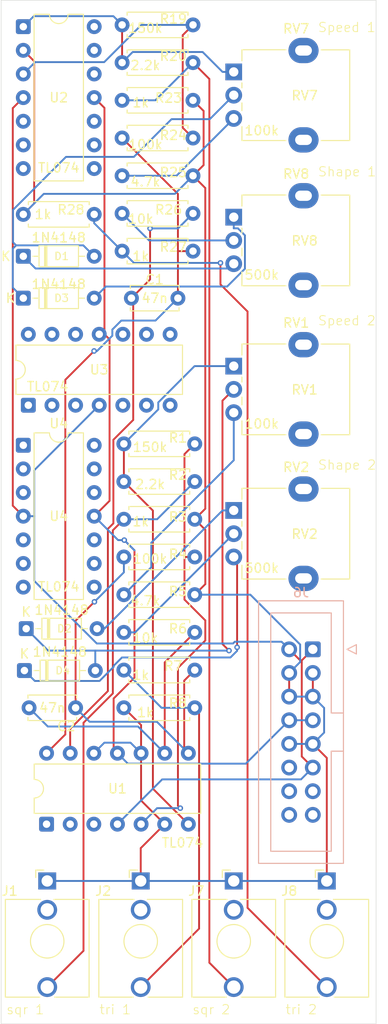
<source format=kicad_pcb>
(kicad_pcb (version 20241229) (generator "pcbnew") (generator_version "9.0")
  (layers (0 "F.Cu" signal) (2 "B.Cu" signal) (13 "F.Paste" user) (15 "B.Paste" user) (5 "F.SilkS" user "F.Silkscreen") (7 "B.SilkS" user "B.Silkscreen") (1 "F.Mask" user) (3 "B.Mask" user) (25 "Edge.Cuts" user))
  (net 0 "")
  (net 1 "Net-(C1-Pad2)")
  (net 2 "Net-(U1D--)")
  (net 3 "Net-(U1C--)")
  (net 4 "Net-(C2-Pad2)")
  (net 5 "Net-(D1-A)")
  (net 6 "Net-(D1-K)")
  (net 7 "Net-(D2-A)")
  (net 8 "Net-(D2-K)")
  (net 9 "Net-(D3-A)")
  (net 10 "Net-(D4-K)")
  (net 11 "GND")
  (net 12 "Net-(J1-PadT)")
  (net 13 "Net-(J2-PadT)")
  (net 14 "Net-(J7-PadT)")
  (net 15 "Net-(J8-PadT)")
  (net 16 "Net-(U1B-+)")
  (net 17 "Net-(R1-Pad1)")
  (net 18 "Net-(R5-Pad1)")
  (net 19 "Net-(R6-Pad1)")
  (net 20 "Net-(R19-Pad1)")
  (net 21 "Net-(U2A-+)")
  (net 22 "Net-(R25-Pad1)")
  (net 23 "Net-(R26-Pad1)")
  (net 25 "-12V")
  (net 27 "+12V")
  (footprint "Capacitor_THT:C_Disc_D5.0mm_W2.5mm_P5.00mm" (layer "F.Cu") (at 26 44)
    (property "Reference" "C1" (at 2.5 -2 0) (layer "F.SilkS"))
    (property "Value" "47n" (at 2.5 0 0) (layer "F.SilkS"))
    (pad "1" thru_hole circle (at 0 0) (size 1.6 1.6) (drill 0.8) (layers "*.Cu" "*.Mask") (net 2 "Net-(U1D--)"))
    (pad "2" thru_hole circle (at 5 0) (size 1.6 1.6) (drill 0.8) (layers "*.Cu" "*.Mask") (net 1 "Net-(C1-Pad2)"))
  )
  (footprint "Connector_Audio:Jack_3.5mm_QingPu_WQP-PJ398SM_Vertical_CircularHoles" (layer "F.Cu") (at 27 106.6)
    (property "Reference" "J2" (at -4.03 1.08 180) (layer "F.SilkS"))
    (property "Value" "AudioPlug3")
    (pad "S" thru_hole rect (at 0 0 180) (size 1.93 1.83) (drill 1.22) (layers "*.Cu" "*.Mask") (net 11 "GND"))
    (pad "T" thru_hole circle (at 0 11.4 180) (size 2.13 2.13) (drill 1.43) (layers "*.Cu" "*.Mask") (net 13 "Net-(J2-PadT)"))
    (pad "TN" thru_hole circle (at 0 3.1 180) (size 2.13 2.13) (drill 1.42) (layers "*.Cu" "*.Mask"))
  )
  (footprint "Connector_Audio:Jack_3.5mm_QingPu_WQP-PJ398SM_Vertical_CircularHoles" (layer "F.Cu") (at 16.95 106.6)
    (property "Reference" "J1" (at -4.03 1.08 180) (layer "F.SilkS"))
    (property "Value" "AudioPlug3")
    (pad "S" thru_hole rect (at 0 0 180) (size 1.93 1.83) (drill 1.22) (layers "*.Cu" "*.Mask") (net 11 "GND"))
    (pad "T" thru_hole circle (at 0 11.4 180) (size 2.13 2.13) (drill 1.43) (layers "*.Cu" "*.Mask") (net 12 "Net-(J1-PadT)"))
    (pad "TN" thru_hole circle (at 0 3.1 180) (size 2.13 2.13) (drill 1.42) (layers "*.Cu" "*.Mask"))
  )
  (footprint "Package_DIP:DIP-14_W7.62mm" (layer "F.Cu") (at 14.38 14.84)
    (property "Reference" "U2" (hide yes))
    (property "Value" "TL074" (at 3.81 15.16 0) (layer "F.SilkS"))
    (fp_text user "${REFERENCE}" (at 3.81 7.62 180) (layer "F.SilkS"))
    (pad "1" thru_hole roundrect (at 0 0) (size 1.6 1.6) (drill 0.8) (layers "*.Cu" "*.Mask") (roundrect_rratio 0.15625) (net 20 "Net-(R19-Pad1)"))
    (pad "2" thru_hole circle (at 0 2.54) (size 1.6 1.6) (drill 0.8) (layers "*.Cu" "*.Mask") (net 11 "GND"))
    (pad "3" thru_hole circle (at 0 5.08) (size 1.6 1.6) (drill 0.8) (layers "*.Cu" "*.Mask") (net 21 "Net-(U2A-+)"))
    (pad "4" thru_hole circle (at 0 7.62) (size 1.6 1.6) (drill 0.8) (layers "*.Cu" "*.Mask") (net 27 "+12V"))
    (pad "5" thru_hole circle (at 0 10.16) (size 1.6 1.6) (drill 0.8) (layers "*.Cu" "*.Mask"))
    (pad "6" thru_hole circle (at 0 12.7) (size 1.6 1.6) (drill 0.8) (layers "*.Cu" "*.Mask"))
    (pad "7" thru_hole circle (at 0 15.24) (size 1.6 1.6) (drill 0.8) (layers "*.Cu" "*.Mask"))
    (pad "8" thru_hole circle (at 7.62 15.24) (size 1.6 1.6) (drill 0.8) (layers "*.Cu" "*.Mask"))
    (pad "9" thru_hole circle (at 7.62 12.7) (size 1.6 1.6) (drill 0.8) (layers "*.Cu" "*.Mask"))
    (pad "10" thru_hole circle (at 7.62 10.16) (size 1.6 1.6) (drill 0.8) (layers "*.Cu" "*.Mask"))
    (pad "11" thru_hole circle (at 7.62 7.62) (size 1.6 1.6) (drill 0.8) (layers "*.Cu" "*.Mask") (net 25 "-12V"))
    (pad "12" thru_hole circle (at 7.62 5.08) (size 1.6 1.6) (drill 0.8) (layers "*.Cu" "*.Mask"))
    (pad "13" thru_hole circle (at 7.62 2.54) (size 1.6 1.6) (drill 0.8) (layers "*.Cu" "*.Mask"))
    (pad "14" thru_hole circle (at 7.62 0) (size 1.6 1.6) (drill 0.8) (layers "*.Cu" "*.Mask"))
  )
  (footprint "Connector_Audio:Jack_3.5mm_QingPu_WQP-PJ398SM_Vertical_CircularHoles" (layer "F.Cu") (at 37 106.6)
    (property "Reference" "J7" (at -4.03 1.08 180) (layer "F.SilkS"))
    (property "Value" "AudioPlug3")
    (pad "S" thru_hole rect (at 0 0 180) (size 1.93 1.83) (drill 1.22) (layers "*.Cu" "*.Mask") (net 11 "GND"))
    (pad "T" thru_hole circle (at 0 11.4 180) (size 2.13 2.13) (drill 1.43) (layers "*.Cu" "*.Mask") (net 14 "Net-(J7-PadT)"))
    (pad "TN" thru_hole circle (at 0 3.1 180) (size 2.13 2.13) (drill 1.42) (layers "*.Cu" "*.Mask"))
  )
  (footprint "Resistor_THT:R_Axial_DIN0207_L6.3mm_D2.5mm_P7.62mm_Horizontal" (layer "F.Cu") (at 25 22.75)
    (property "Reference" "R23" (at 5 -0.25 0) (layer "F.SilkS"))
    (property "Value" "1k" (at 2 0.25 0) (layer "F.SilkS"))
    (pad "1" thru_hole circle (at 0 0) (size 1.6 1.6) (drill 0.8) (layers "*.Cu" "*.Mask") (net 14 "Net-(J7-PadT)"))
    (pad "2" thru_hole circle (at 7.62 0) (size 1.6 1.6) (drill 0.8) (layers "*.Cu" "*.Mask") (net 11 "GND"))
  )
  (footprint "Resistor_THT:R_Axial_DIN0207_L6.3mm_D2.5mm_P7.62mm_Horizontal" (layer "F.Cu") (at 25 18.7)
    (property "Reference" "R20" (at 5.5 -0.7 0) (layer "F.SilkS"))
    (property "Value" "2.2k" (at 2.5 0.3 0) (layer "F.SilkS"))
    (pad "1" thru_hole circle (at 0 0) (size 1.6 1.6) (drill 0.8) (layers "*.Cu" "*.Mask") (net 20 "Net-(R19-Pad1)"))
    (pad "2" thru_hole circle (at 7.62 0) (size 1.6 1.6) (drill 0.8) (layers "*.Cu" "*.Mask") (net 14 "Net-(J7-PadT)"))
  )
  (footprint "Package_DIP:DIP-14_W7.62mm" (layer "F.Cu") (at 14.92 55.5 90)
    (property "Reference" "U3" (hide yes))
    (property "Value" "TL074" (at 2 2.08 180) (layer "F.SilkS"))
    (fp_text user "${REFERENCE}" (at 3.81 7.62 0) (layer "F.SilkS"))
    (pad "1" thru_hole roundrect (at 0 0 90) (size 1.6 1.6) (drill 0.8) (layers "*.Cu" "*.Mask") (roundrect_rratio 0.15625))
    (pad "2" thru_hole circle (at 0 2.54 90) (size 1.6 1.6) (drill 0.8) (layers "*.Cu" "*.Mask"))
    (pad "3" thru_hole circle (at 0 5.08 90) (size 1.6 1.6) (drill 0.8) (layers "*.Cu" "*.Mask"))
    (pad "4" thru_hole circle (at 0 7.62 90) (size 1.6 1.6) (drill 0.8) (layers "*.Cu" "*.Mask") (net 27 "+12V"))
    (pad "5" thru_hole circle (at 0 10.16 90) (size 1.6 1.6) (drill 0.8) (layers "*.Cu" "*.Mask"))
    (pad "6" thru_hole circle (at 0 12.7 90) (size 1.6 1.6) (drill 0.8) (layers "*.Cu" "*.Mask"))
    (pad "7" thru_hole circle (at 0 15.24 90) (size 1.6 1.6) (drill 0.8) (layers "*.Cu" "*.Mask"))
    (pad "8" thru_hole circle (at 7.62 15.24 90) (size 1.6 1.6) (drill 0.8) (layers "*.Cu" "*.Mask"))
    (pad "9" thru_hole circle (at 7.62 12.7 90) (size 1.6 1.6) (drill 0.8) (layers "*.Cu" "*.Mask"))
    (pad "10" thru_hole circle (at 7.62 10.16 90) (size 1.6 1.6) (drill 0.8) (layers "*.Cu" "*.Mask"))
    (pad "11" thru_hole circle (at 7.62 7.62 90) (size 1.6 1.6) (drill 0.8) (layers "*.Cu" "*.Mask") (net 25 "-12V"))
    (pad "12" thru_hole circle (at 7.62 5.08 90) (size 1.6 1.6) (drill 0.8) (layers "*.Cu" "*.Mask"))
    (pad "13" thru_hole circle (at 7.62 2.54 90) (size 1.6 1.6) (drill 0.8) (layers "*.Cu" "*.Mask"))
    (pad "14" thru_hole circle (at 7.62 0 90) (size 1.6 1.6) (drill 0.8) (layers "*.Cu" "*.Mask"))
  )
  (footprint "Resistor_THT:R_Axial_DIN0207_L6.3mm_D2.5mm_P7.62mm_Horizontal" (layer "F.Cu") (at 25 34.9)
    (property "Reference" "R26" (at 5 -0.4 0) (layer "F.SilkS"))
    (property "Value" "10k" (at 2 0.6 0) (layer "F.SilkS"))
    (pad "1" thru_hole circle (at 0 0) (size 1.6 1.6) (drill 0.8) (layers "*.Cu" "*.Mask") (net 23 "Net-(R26-Pad1)"))
    (pad "2" thru_hole circle (at 7.62 0) (size 1.6 1.6) (drill 0.8) (layers "*.Cu" "*.Mask") (net 2 "Net-(U1D--)"))
  )
  (footprint "Diode_THT:D_DO-35_SOD27_P7.62mm_Horizontal" (layer "F.Cu") (at 14.69 79.5)
    (property "Reference" "D2" (hide yes))
    (property "Value" "1N4148" (at 3.81 -2 0) (layer "F.SilkS"))
    (fp_text user "K" (at 0 -1.8 0) (layer "F.SilkS"))
    (fp_text user "${REFERENCE}" (at 4.11 0 0) (layer "F.SilkS") (effects (font (size 0.8 0.8) (thickness 0.12))))
    (pad "1" thru_hole roundrect (at 0 0) (size 1.6 1.6) (drill 0.8) (layers "*.Cu" "*.Mask") (roundrect_rratio 0.15625) (net 8 "Net-(D2-K)"))
    (pad "2" thru_hole circle (at 7.62 0) (size 1.6 1.6) (drill 0.8) (layers "*.Cu" "*.Mask") (net 7 "Net-(D2-A)"))
  )
  (footprint "Resistor_THT:R_Axial_DIN0207_L6.3mm_D2.5mm_P7.62mm_Horizontal" (layer "F.Cu") (at 25.19 88)
    (property "Reference" "R8" (at 5.81 -0.5 0) (layer "F.SilkS"))
    (property "Value" "1k" (at 2.31 0.5 0) (layer "F.SilkS"))
    (pad "1" thru_hole circle (at 0 0) (size 1.6 1.6) (drill 0.8) (layers "*.Cu" "*.Mask") (net 11 "GND"))
    (pad "2" thru_hole circle (at 7.62 0) (size 1.6 1.6) (drill 0.8) (layers "*.Cu" "*.Mask") (net 13 "Net-(J2-PadT)"))
  )
  (footprint "Resistor_THT:R_Axial_DIN0207_L6.3mm_D2.5mm_P7.62mm_Horizontal" (layer "F.Cu") (at 25 30.85)
    (property "Reference" "R25" (at 5.5 -0.35 0) (layer "F.SilkS"))
    (property "Value" "4.7k" (at 2.5 0.65 0) (layer "F.SilkS"))
    (pad "1" thru_hole circle (at 0 0) (size 1.6 1.6) (drill 0.8) (layers "*.Cu" "*.Mask") (net 22 "Net-(R25-Pad1)"))
    (pad "2" thru_hole circle (at 7.62 0) (size 1.6 1.6) (drill 0.8) (layers "*.Cu" "*.Mask") (net 11 "GND"))
  )
  (footprint "Resistor_THT:R_Axial_DIN0207_L6.3mm_D2.5mm_P7.62mm_Horizontal" (layer "F.Cu") (at 25.19 75.85)
    (property "Reference" "R5" (at 5.81 -0.35 0) (layer "F.SilkS"))
    (property "Value" "4.7k" (at 2.31 0.65 0) (layer "F.SilkS"))
    (pad "1" thru_hole circle (at 0 0) (size 1.6 1.6) (drill 0.8) (layers "*.Cu" "*.Mask") (net 18 "Net-(R5-Pad1)"))
    (pad "2" thru_hole circle (at 7.62 0) (size 1.6 1.6) (drill 0.8) (layers "*.Cu" "*.Mask") (net 11 "GND"))
  )
  (footprint "Resistor_THT:R_Axial_DIN0207_L6.3mm_D2.5mm_P7.62mm_Horizontal" (layer "F.Cu") (at 14.38 35)
    (property "Reference" "R28" (hide yes))
    (property "Value" "1k" (at 2.12 0 0) (layer "F.SilkS"))
    (fp_text user "${REFERENCE}" (at 5.12 -0.5 0) (layer "F.SilkS"))
    (pad "1" thru_hole circle (at 0 0) (size 1.6 1.6) (drill 0.8) (layers "*.Cu" "*.Mask") (net 11 "GND"))
    (pad "2" thru_hole circle (at 7.62 0) (size 1.6 1.6) (drill 0.8) (layers "*.Cu" "*.Mask") (net 15 "Net-(J8-PadT)"))
  )
  (footprint "Potentiometer_THT:Potentiometer_Alpha_RD901F-40-00D_Single_Vertical" (layer "F.Cu") (at 37 19.7)
    (property "Reference" "RV7" (at 6.71 -4.64 180) (layer "F.SilkS"))
    (property "Value" "100k" (at 3 6.3 180) (layer "F.SilkS"))
    (fp_text user "${REFERENCE}" (at 7.62 2.54 0) (layer "F.SilkS"))
    (pad "" thru_hole oval (at 7.5 -2.3 90) (size 2.72 3.24) (drill oval 1.1 1.8) (layers "*.Cu" "*.Mask"))
    (pad "" thru_hole oval (at 7.5 7.3 90) (size 2.72 3.24) (drill oval 1.1 1.8) (layers "*.Cu" "*.Mask"))
    (pad "1" thru_hole rect (at 0 0 90) (size 1.8 1.8) (drill 1) (layers "*.Cu" "*.Mask") (net 20 "Net-(R19-Pad1)"))
    (pad "2" thru_hole circle (at 0 2.5 90) (size 1.8 1.8) (drill 1) (layers "*.Cu" "*.Mask") (net 5 "Net-(D1-A)"))
    (pad "3" thru_hole circle (at 0 5 90) (size 1.8 1.8) (drill 1) (layers "*.Cu" "*.Mask") (net 22 "Net-(R25-Pad1)"))
  )
  (footprint "Resistor_THT:R_Axial_DIN0207_L6.3mm_D2.5mm_P7.62mm_Horizontal" (layer "F.Cu") (at 25 14.65)
    (property "Reference" "R19" (at 5.5 -0.65 0) (layer "F.SilkS"))
    (property "Value" "150k" (at 2.5 0.35 0) (layer "F.SilkS"))
    (pad "1" thru_hole circle (at 0 0) (size 1.6 1.6) (drill 0.8) (layers "*.Cu" "*.Mask") (net 20 "Net-(R19-Pad1)"))
    (pad "2" thru_hole circle (at 7.62 0) (size 1.6 1.6) (drill 0.8) (layers "*.Cu" "*.Mask") (net 21 "Net-(U2A-+)"))
  )
  (footprint "Capacitor_THT:C_Disc_D5.0mm_W2.5mm_P5.00mm" (layer "F.Cu") (at 15 88)
    (property "Reference" "C2" (hide yes))
    (property "Value" "47n" (at 2.5 0 0) (layer "F.SilkS"))
    (fp_text user "${REFERENCE}" (at 4 2 0) (layer "F.SilkS"))
    (pad "1" thru_hole circle (at 0 0) (size 1.6 1.6) (drill 0.8) (layers "*.Cu" "*.Mask") (net 3 "Net-(U1C--)"))
    (pad "2" thru_hole circle (at 5 0) (size 1.6 1.6) (drill 0.8) (layers "*.Cu" "*.Mask") (net 4 "Net-(C2-Pad2)"))
  )
  (footprint "Resistor_THT:R_Axial_DIN0207_L6.3mm_D2.5mm_P7.62mm_Horizontal" (layer "F.Cu") (at 25 38.95)
    (property "Reference" "R27" (at 5.5 -0.45 0) (layer "F.SilkS"))
    (property "Value" "1k" (at 2 0.55 0) (layer "F.SilkS"))
    (pad "1" thru_hole circle (at 0 0) (size 1.6 1.6) (drill 0.8) (layers "*.Cu" "*.Mask") (net 15 "Net-(J8-PadT)"))
    (pad "2" thru_hole circle (at 7.62 0) (size 1.6 1.6) (drill 0.8) (layers "*.Cu" "*.Mask") (net 1 "Net-(C1-Pad2)"))
  )
  (footprint "Package_DIP:DIP-14_W7.62mm" (layer "F.Cu") (at 14.38 59.8)
    (property "Reference" "U4" (at 3.81 -2.33 0) (layer "F.SilkS"))
    (property "Value" "TL074" (at 3.81 15.2 0) (layer "F.SilkS"))
    (fp_text user "${REFERENCE}" (at 3.81 7.62 180) (layer "F.SilkS"))
    (pad "1" thru_hole roundrect (at 0 0) (size 1.6 1.6) (drill 0.8) (layers "*.Cu" "*.Mask") (roundrect_rratio 0.15625))
    (pad "2" thru_hole circle (at 0 2.54) (size 1.6 1.6) (drill 0.8) (layers "*.Cu" "*.Mask"))
    (pad "3" thru_hole circle (at 0 5.08) (size 1.6 1.6) (drill 0.8) (layers "*.Cu" "*.Mask"))
    (pad "4" thru_hole circle (at 0 7.62) (size 1.6 1.6) (drill 0.8) (layers "*.Cu" "*.Mask") (net 27 "+12V"))
    (pad "5" thru_hole circle (at 0 10.16) (size 1.6 1.6) (drill 0.8) (layers "*.Cu" "*.Mask"))
    (pad "6" thru_hole circle (at 0 12.7) (size 1.6 1.6) (drill 0.8) (layers "*.Cu" "*.Mask"))
    (pad "7" thru_hole circle (at 0 15.24) (size 1.6 1.6) (drill 0.8) (layers "*.Cu" "*.Mask"))
    (pad "8" thru_hole circle (at 7.62 15.24) (size 1.6 1.6) (drill 0.8) (layers "*.Cu" "*.Mask"))
    (pad "9" thru_hole circle (at 7.62 12.7) (size 1.6 1.6) (drill 0.8) (layers "*.Cu" "*.Mask"))
    (pad "10" thru_hole circle (at 7.62 10.16) (size 1.6 1.6) (drill 0.8) (layers "*.Cu" "*.Mask"))
    (pad "11" thru_hole circle (at 7.62 7.62) (size 1.6 1.6) (drill 0.8) (layers "*.Cu" "*.Mask") (net 25 "-12V"))
    (pad "12" thru_hole circle (at 7.62 5.08) (size 1.6 1.6) (drill 0.8) (layers "*.Cu" "*.Mask"))
    (pad "13" thru_hole circle (at 7.62 2.54) (size 1.6 1.6) (drill 0.8) (layers "*.Cu" "*.Mask"))
    (pad "14" thru_hole circle (at 7.62 0) (size 1.6 1.6) (drill 0.8) (layers "*.Cu" "*.Mask"))
  )
  (footprint "Package_DIP:DIP-14_W7.62mm" (layer "F.Cu") (at 16.88 100.5 90)
    (property "Reference" "U1" (hide yes))
    (property "Value" "TL074" (at -2 14.62 180) (layer "F.SilkS"))
    (fp_text user "${REFERENCE}" (at 3.81 7.62 0) (layer "F.SilkS"))
    (pad "1" thru_hole roundrect (at 0 0 90) (size 1.6 1.6) (drill 0.8) (layers "*.Cu" "*.Mask") (roundrect_rratio 0.15625))
    (pad "2" thru_hole circle (at 0 2.54 90) (size 1.6 1.6) (drill 0.8) (layers "*.Cu" "*.Mask"))
    (pad "3" thru_hole circle (at 0 5.08 90) (size 1.6 1.6) (drill 0.8) (layers "*.Cu" "*.Mask"))
    (pad "4" thru_hole circle (at 0 7.62 90) (size 1.6 1.6) (drill 0.8) (layers "*.Cu" "*.Mask") (net 27 "+12V"))
    (pad "5" thru_hole circle (at 0 10.16 90) (size 1.6 1.6) (drill 0.8) (layers "*.Cu" "*.Mask") (net 16 "Net-(U1B-+)"))
    (pad "6" thru_hole circle (at 0 12.7 90) (size 1.6 1.6) (drill 0.8) (layers "*.Cu" "*.Mask") (net 11 "GND"))
    (pad "7" thru_hole circle (at 0 15.24 90) (size 1.6 1.6) (drill 0.8) (layers "*.Cu" "*.Mask") (net 17 "Net-(R1-Pad1)"))
    (pad "8" thru_hole circle (at 7.62 15.24 90) (size 1.6 1.6) (drill 0.8) (layers "*.Cu" "*.Mask") (net 4 "Net-(C2-Pad2)"))
    (pad "9" thru_hole circle (at 7.62 12.7 90) (size 1.6 1.6) (drill 0.8) (layers "*.Cu" "*.Mask") (net 3 "Net-(U1C--)"))
    (pad "10" thru_hole circle (at 7.62 10.16 90) (size 1.6 1.6) (drill 0.8) (layers "*.Cu" "*.Mask") (net 11 "GND"))
    (pad "11" thru_hole circle (at 7.62 7.62 90) (size 1.6 1.6) (drill 0.8) (layers "*.Cu" "*.Mask") (net 25 "-12V"))
    (pad "12" thru_hole circle (at 7.62 5.08 90) (size 1.6 1.6) (drill 0.8) (layers "*.Cu" "*.Mask") (net 11 "GND"))
    (pad "13" thru_hole circle (at 7.62 2.54 90) (size 1.6 1.6) (drill 0.8) (layers "*.Cu" "*.Mask") (net 2 "Net-(U1D--)"))
    (pad "14" thru_hole circle (at 7.62 0 90) (size 1.6 1.6) (drill 0.8) (layers "*.Cu" "*.Mask") (net 1 "Net-(C1-Pad2)"))
  )
  (footprint "Potentiometer_THT:Potentiometer_Alpha_RD901F-40-00D_Single_Vertical" (layer "F.Cu") (at 37 51.3)
    (property "Reference" "RV1" (at 6.71 -4.64 180) (layer "F.SilkS"))
    (property "Value" "100k" (at 3 6.2 180) (layer "F.SilkS"))
    (fp_text user "${REFERENCE}" (at 7.62 2.54 0) (layer "F.SilkS"))
    (pad "" thru_hole oval (at 7.5 -2.3 90) (size 2.72 3.24) (drill oval 1.1 1.8) (layers "*.Cu" "*.Mask"))
    (pad "" thru_hole oval (at 7.5 7.3 90) (size 2.72 3.24) (drill oval 1.1 1.8) (layers "*.Cu" "*.Mask"))
    (pad "1" thru_hole rect (at 0 0 90) (size 1.8 1.8) (drill 1) (layers "*.Cu" "*.Mask") (net 17 "Net-(R1-Pad1)"))
    (pad "2" thru_hole circle (at 0 2.5 90) (size 1.8 1.8) (drill 1) (layers "*.Cu" "*.Mask") (net 8 "Net-(D2-K)"))
    (pad "3" thru_hole circle (at 0 5 90) (size 1.8 1.8) (drill 1) (layers "*.Cu" "*.Mask") (net 18 "Net-(R5-Pad1)"))
  )
  (footprint "Diode_THT:D_DO-35_SOD27_P7.62mm_Horizontal" (layer "F.Cu") (at 14.5 84)
    (property "Reference" "D4" (hide yes))
    (property "Value" "1N4148" (at 3.81 -2 0) (layer "F.SilkS"))
    (fp_text user "${REFERENCE}" (at 4.11 0 0) (layer "F.SilkS") (effects (font (size 0.8 0.8) (thickness 0.12))))
    (fp_text user "K" (at 0 -1.8 0) (layer "F.SilkS"))
    (pad "1" thru_hole roundrect (at 0 0) (size 1.6 1.6) (drill 0.8) (layers "*.Cu" "*.Mask") (roundrect_rratio 0.15625) (net 10 "Net-(D4-K)"))
    (pad "2" thru_hole circle (at 7.62 0) (size 1.6 1.6) (drill 0.8) (layers "*.Cu" "*.Mask") (net 8 "Net-(D2-K)"))
  )
  (footprint "Resistor_THT:R_Axial_DIN0207_L6.3mm_D2.5mm_P7.62mm_Horizontal" (layer "F.Cu") (at 25 26.8)
    (property "Reference" "R24" (at 5.5 -0.3 0) (layer "F.SilkS"))
    (property "Value" "100k" (at 2.5 0.7 0) (layer "F.SilkS"))
    (pad "1" thru_hole circle (at 0 0) (size 1.6 1.6) (drill 0.8) (layers "*.Cu" "*.Mask") (net 1 "Net-(C1-Pad2)"))
    (pad "2" thru_hole circle (at 7.62 0) (size 1.6 1.6) (drill 0.8) (layers "*.Cu" "*.Mask") (net 21 "Net-(U2A-+)"))
  )
  (footprint "Potentiometer_THT:Potentiometer_Alpha_RD901F-40-00D_Single_Vertical" (layer "F.Cu") (at 37 66.8)
    (property "Reference" "RV2" (at 6.71 -4.64 180) (layer "F.SilkS"))
    (property "Value" "500k" (at 3 6.2 180) (layer "F.SilkS"))
    (fp_text user "${REFERENCE}" (at 7.62 2.54 0) (layer "F.SilkS"))
    (pad "" thru_hole oval (at 7.5 -2.3 90) (size 2.72 3.24) (drill oval 1.1 1.8) (layers "*.Cu" "*.Mask"))
    (pad "" thru_hole oval (at 7.5 7.3 90) (size 2.72 3.24) (drill oval 1.1 1.8) (layers "*.Cu" "*.Mask"))
    (pad "1" thru_hole rect (at 0 0 90) (size 1.8 1.8) (drill 1) (layers "*.Cu" "*.Mask") (net 7 "Net-(D2-A)"))
    (pad "2" thru_hole circle (at 0 2.5 90) (size 1.8 1.8) (drill 1) (layers "*.Cu" "*.Mask") (net 19 "Net-(R6-Pad1)"))
    (pad "3" thru_hole circle (at 0 5 90) (size 1.8 1.8) (drill 1) (layers "*.Cu" "*.Mask") (net 10 "Net-(D4-K)"))
  )
  (footprint "Resistor_THT:R_Axial_DIN0207_L6.3mm_D2.5mm_P7.62mm_Horizontal" (layer "F.Cu") (at 25.19 67.75)
    (property "Reference" "R3" (at 5.81 -0.25 0) (layer "F.SilkS"))
    (property "Value" "1k" (at 1.81 0.25 0) (layer "F.SilkS"))
    (pad "1" thru_hole circle (at 0 0) (size 1.6 1.6) (drill 0.8) (layers "*.Cu" "*.Mask") (net 12 "Net-(J1-PadT)"))
    (pad "2" thru_hole circle (at 7.62 0) (size 1.6 1.6) (drill 0.8) (layers "*.Cu" "*.Mask") (net 11 "GND"))
  )
  (footprint "Potentiometer_THT:Potentiometer_Alpha_RD901F-40-00D_Single_Vertical" (layer "F.Cu") (at 37 35.3)
    (property "Reference" "RV8" (at 6.71 -4.64 180) (layer "F.SilkS"))
    (property "Value" "500k" (at 3 6.2 180) (layer "F.SilkS"))
    (fp_text user "${REFERENCE}" (at 7.62 2.54 0) (layer "F.SilkS"))
    (pad "" thru_hole oval (at 7.5 -2.3 90) (size 2.72 3.24) (drill oval 1.1 1.8) (layers "*.Cu" "*.Mask"))
    (pad "" thru_hole oval (at 7.5 7.3 90) (size 2.72 3.24) (drill oval 1.1 1.8) (layers "*.Cu" "*.Mask"))
    (pad "1" thru_hole rect (at 0 0 90) (size 1.8 1.8) (drill 1) (layers "*.Cu" "*.Mask") (net 9 "Net-(D3-A)"))
    (pad "2" thru_hole circle (at 0 2.5 90) (size 1.8 1.8) (drill 1) (layers "*.Cu" "*.Mask") (net 23 "Net-(R26-Pad1)"))
    (pad "3" thru_hole circle (at 0 5 90) (size 1.8 1.8) (drill 1) (layers "*.Cu" "*.Mask") (net 6 "Net-(D1-K)"))
  )
  (footprint "Resistor_THT:R_Axial_DIN0207_L6.3mm_D2.5mm_P7.62mm_Horizontal" (layer "F.Cu") (at 25.19 59.65)
    (property "Reference" "R1" (at 5.81 -0.65 0) (layer "F.SilkS"))
    (property "Value" "150k" (at 2.81 0.35 0) (layer "F.SilkS"))
    (pad "1" thru_hole circle (at 0 0) (size 1.6 1.6) (drill 0.8) (layers "*.Cu" "*.Mask") (net 17 "Net-(R1-Pad1)"))
    (pad "2" thru_hole circle (at 7.62 0) (size 1.6 1.6) (drill 0.8) (layers "*.Cu" "*.Mask") (net 16 "Net-(U1B-+)"))
  )
  (footprint "Connector_Audio:Jack_3.5mm_QingPu_WQP-PJ398SM_Vertical_CircularHoles" (layer "F.Cu") (at 47 106.6)
    (property "Reference" "J8" (at -4.03 1.08 180) (layer "F.SilkS"))
    (property "Value" "AudioPlug3")
    (pad "S" thru_hole rect (at 0 0 180) (size 1.93 1.83) (drill 1.22) (layers "*.Cu" "*.Mask") (net 11 "GND"))
    (pad "T" thru_hole circle (at 0 11.4 180) (size 2.13 2.13) (drill 1.43) (layers "*.Cu" "*.Mask") (net 15 "Net-(J8-PadT)"))
    (pad "TN" thru_hole circle (at 0 3.1 180) (size 2.13 2.13) (drill 1.42) (layers "*.Cu" "*.Mask"))
  )
  (footprint "Resistor_THT:R_Axial_DIN0207_L6.3mm_D2.5mm_P7.62mm_Horizontal" (layer "F.Cu") (at 25.19 83.95)
    (property "Reference" "R7" (at 5.31 -0.45 0) (layer "F.SilkS"))
    (property "Value" "1k" (at 1.81 0.55 0) (layer "F.SilkS"))
    (pad "1" thru_hole circle (at 0 0) (size 1.6 1.6) (drill 0.8) (layers "*.Cu" "*.Mask") (net 13 "Net-(J2-PadT)"))
    (pad "2" thru_hole circle (at 7.62 0) (size 1.6 1.6) (drill 0.8) (layers "*.Cu" "*.Mask") (net 4 "Net-(C2-Pad2)"))
  )
  (footprint "Diode_THT:D_DO-35_SOD27_P7.62mm_Horizontal" (layer "F.Cu") (at 14.38 44)
    (property "Reference" "D3" (hide yes))
    (property "Value" "1N4148" (at 3.81 -1.5 0) (layer "F.SilkS"))
    (fp_text user "K" (at -1.38 0 0) (layer "F.SilkS"))
    (fp_text user "${REFERENCE}" (at 4.11 0 0) (layer "F.SilkS") (effects (font (size 0.8 0.8) (thickness 0.12))))
    (pad "1" thru_hole roundrect (at 0 0) (size 1.6 1.6) (drill 0.8) (layers "*.Cu" "*.Mask") (roundrect_rratio 0.15625) (net 5 "Net-(D1-A)"))
    (pad "2" thru_hole circle (at 7.62 0) (size 1.6 1.6) (drill 0.8) (layers "*.Cu" "*.Mask") (net 9 "Net-(D3-A)"))
  )
  (footprint "Resistor_THT:R_Axial_DIN0207_L6.3mm_D2.5mm_P7.62mm_Horizontal" (layer "F.Cu") (at 25.19 71.8)
    (property "Reference" "R4" (at 5.81 -0.3 0) (layer "F.SilkS"))
    (property "Value" "100k" (at 2.81 0.2 0) (layer "F.SilkS"))
    (pad "1" thru_hole circle (at 0 0) (size 1.6 1.6) (drill 0.8) (layers "*.Cu" "*.Mask") (net 4 "Net-(C2-Pad2)"))
    (pad "2" thru_hole circle (at 7.62 0) (size 1.6 1.6) (drill 0.8) (layers "*.Cu" "*.Mask") (net 16 "Net-(U1B-+)"))
  )
  (footprint "Diode_THT:D_DO-35_SOD27_P7.62mm_Horizontal" (layer "F.Cu") (at 14.38 39.5)
    (property "Reference" "D1" (hide yes))
    (property "Value" "1N4148" (at 3.81 -2 0) (layer "F.SilkS"))
    (fp_text user "K" (at -1.88 0 0) (layer "F.SilkS"))
    (fp_text user "${REFERENCE}" (at 4.11 0 0) (layer "F.SilkS") (effects (font (size 0.8 0.8) (thickness 0.12))))
    (pad "1" thru_hole roundrect (at 0 0) (size 1.6 1.6) (drill 0.8) (layers "*.Cu" "*.Mask") (roundrect_rratio 0.15625) (net 6 "Net-(D1-K)"))
    (pad "2" thru_hole circle (at 7.62 0) (size 1.6 1.6) (drill 0.8) (layers "*.Cu" "*.Mask") (net 5 "Net-(D1-A)"))
  )
  (footprint "Resistor_THT:R_Axial_DIN0207_L6.3mm_D2.5mm_P7.62mm_Horizontal" (layer "F.Cu") (at 25.19 79.9)
    (property "Reference" "R6" (at 5.81 -0.4 0) (layer "F.SilkS"))
    (property "Value" "10k" (at 2.31 0.6 0) (layer "F.SilkS"))
    (pad "1" thru_hole circle (at 0 0) (size 1.6 1.6) (drill 0.8) (layers "*.Cu" "*.Mask") (net 19 "Net-(R6-Pad1)"))
    (pad "2" thru_hole circle (at 7.62 0) (size 1.6 1.6) (drill 0.8) (layers "*.Cu" "*.Mask") (net 3 "Net-(U1C--)"))
  )
  (footprint "Resistor_THT:R_Axial_DIN0207_L6.3mm_D2.5mm_P7.62mm_Horizontal" (layer "F.Cu") (at 25.19 63.7)
    (property "Reference" "R2" (at 5.81 -0.7 0) (layer "F.SilkS"))
    (property "Value" "2.2k" (at 2.81 0.3 0) (layer "F.SilkS"))
    (pad "1" thru_hole circle (at 0 0) (size 1.6 1.6) (drill 0.8) (layers "*.Cu" "*.Mask") (net 17 "Net-(R1-Pad1)"))
    (pad "2" thru_hole circle (at 7.62 0) (size 1.6 1.6) (drill 0.8) (layers "*.Cu" "*.Mask") (net 12 "Net-(J1-PadT)"))
  )
  (footprint "Connector_IDC:IDC-Header_2x08_P2.54mm_Vertical" (layer "B.Cu") (at 45.5 81.72 180)
    (property "Reference" "J6" (at 1.27 6.1 0) (layer "B.SilkS") (effects (justify mirror)))
    (property "Value" "Conn_02x08_Top_Bottom")
    (pad "1" thru_hole roundrect (at 0 0 180) (size 1.7 1.7) (drill 1) (layers "*.Cu" "*.Mask") (roundrect_rratio 0.147059) (net 27 "+12V"))
    (pad "2" thru_hole circle (at 2.54 0 180) (size 1.7 1.7) (drill 1) (layers "*.Cu" "*.Mask") (net 27 "+12V"))
    (pad "3" thru_hole circle (at 0 -2.54 180) (size 1.7 1.7) (drill 1) (layers "*.Cu" "*.Mask") (net 11 "GND"))
    (pad "4" thru_hole circle (at 2.54 -2.54 180) (size 1.7 1.7) (drill 1) (layers "*.Cu" "*.Mask") (net 11 "GND"))
    (pad "5" thru_hole circle (at 0 -5.08 180) (size 1.7 1.7) (drill 1) (layers "*.Cu" "*.Mask") (net 11 "GND"))
    (pad "6" thru_hole circle (at 2.54 -5.08 180) (size 1.7 1.7) (drill 1) (layers "*.Cu" "*.Mask") (net 11 "GND"))
    (pad "7" thru_hole circle (at 0 -7.62 180) (size 1.7 1.7) (drill 1) (layers "*.Cu" "*.Mask") (net 25 "-12V"))
    (pad "8" thru_hole circle (at 2.54 -7.62 180) (size 1.7 1.7) (drill 1) (layers "*.Cu" "*.Mask") (net 25 "-12V"))
    (pad "9" thru_hole circle (at 0 -10.16 180) (size 1.7 1.7) (drill 1) (layers "*.Cu" "*.Mask") (net 11 "GND"))
    (pad "10" thru_hole circle (at 2.54 -10.16 180) (size 1.7 1.7) (drill 1) (layers "*.Cu" "*.Mask") (net 11 "GND"))
    (pad "11" thru_hole circle (at 0 -12.7 180) (size 1.7 1.7) (drill 1) (layers "*.Cu" "*.Mask") (net 27 "+12V"))
    (pad "12" thru_hole circle (at 2.54 -12.7 180) (size 1.7 1.7) (drill 1) (layers "*.Cu" "*.Mask"))
    (pad "13" thru_hole circle (at 0 -15.24 180) (size 1.7 1.7) (drill 1) (layers "*.Cu" "*.Mask"))
    (pad "14" thru_hole circle (at 2.54 -15.24 180) (size 1.7 1.7) (drill 1) (layers "*.Cu" "*.Mask"))
    (pad "15" thru_hole circle (at 0 -17.78 180) (size 1.7 1.7) (drill 1) (layers "*.Cu" "*.Mask"))
    (pad "16" thru_hole circle (at 2.54 -17.78 180) (size 1.7 1.7) (drill 1) (layers "*.Cu" "*.Mask"))
  )
  (gr_rect (start 12 12) (end 52.300293 121.944933) (stroke (width 0.05)) (fill no) (layer "Edge.Cuts"))
  (gr_text "sqr 2" (at 32.5 121 0) (layer "F.SilkS") (effects (font (size 1 1) (thickness 0.1)) (justify left bottom)))
  (gr_text "tri 2" (at 42.5 121 0) (layer "F.SilkS") (effects (font (size 1 1) (thickness 0.1)) (justify left bottom)))
  (gr_text "Speed 2" (at 46 47 0) (layer "F.SilkS") (effects (font (size 1 1) (thickness 0.1)) (justify left bottom)))
  (gr_text "sqr 1" (at 12.5 121 0) (layer "F.SilkS") (effects (font (size 1 1) (thickness 0.1)) (justify left bottom)))
  (gr_text "Shape 2" (at 46 62.5 0) (layer "F.SilkS") (effects (font (size 1 1) (thickness 0.1)) (justify left bottom)))
  (gr_text "Shape 1" (at 46 31 0) (layer "F.SilkS") (effects (font (size 1 1) (thickness 0.1)) (justify left bottom)))
  (gr_text "Speed 1" (at 46 15.5 0) (layer "F.SilkS") (effects (font (size 1 1) (thickness 0.1)) (justify left bottom)))
  (gr_text "tri 1" (at 22.5 121 0) (layer "F.SilkS") (effects (font (size 1 1) (thickness 0.1)) (justify left bottom)))
  (segment (start 18.8983 52.7665) (end 18.8983 90.8617) (width 0.2) (layer "F.Cu") (net 1))
  (segment (start 25 26.8) (end 31 32.8) (width 0.2) (layer "F.Cu") (net 1))
  (segment (start 31 38.95) (end 31 44) (width 0.2) (layer "F.Cu") (net 1))
  (segment (start 21.991 49.6738) (end 18.8983 52.7665) (width 0.2) (layer "F.Cu") (net 1))
  (segment (start 31 38.95) (end 32.62 38.95) (width 0.2) (layer "F.Cu") (net 1))
  (segment (start 31 32.8) (end 31 38.95) (width 0.2) (layer "F.Cu") (net 1))
  (segment (start 18.8983 90.8617) (end 16.88 92.88) (width 0.2) (layer "F.Cu") (net 1))
  (via (at 21.991 49.6738) (size 0.6) (drill 0.3) (layers "F.Cu" "B.Cu") (net 1))
  (segment (start 31 44) (end 28.5929 46.4071) (width 0.2) (layer "B.Cu") (net 1))
  (segment (start 28.5929 46.4071) (end 24.9167 46.4071) (width 0.2) (layer "B.Cu") (net 1))
  (segment (start 22.3077 49.6738) (end 21.991 49.6738) (width 0.2) (layer "B.Cu") (net 1))
  (segment (start 24.9167 46.4071) (end 23.9516 47.3722) (width 0.2) (layer "B.Cu") (net 1))
  (segment (start 23.9516 48.0299) (end 22.3077 49.6738) (width 0.2) (layer "B.Cu") (net 1))
  (segment (start 23.9516 47.3722) (end 23.9516 48.0299) (width 0.2) (layer "B.Cu") (net 1))
  (segment (start 28.0081 41.9919) (end 28.0081 36.5103) (width 0.2) (layer "F.Cu") (net 2))
  (segment (start 19.42 90.2571) (end 19.42 92.88) (width 0.2) (layer "F.Cu") (net 2))
  (segment (start 26 44) (end 28.0081 41.9919) (width 0.2) (layer "F.Cu") (net 2))
  (segment (start 26.1969 44.1969) (end 26.1969 57.0785) (width 0.2) (layer "F.Cu") (net 2))
  (segment (start 23.4709 68.7825) (end 23.4709 86.2062) (width 0.2) (layer "F.Cu") (net 2))
  (segment (start 23.4709 86.2062) (end 19.42 90.2571) (width 0.2) (layer "F.Cu") (net 2))
  (segment (start 26.1969 57.0785) (end 24.0637 59.2117) (width 0.2) (layer "F.Cu") (net 2))
  (segment (start 24.0637 59.2117) (end 24.0637 68.1897) (width 0.2) (layer "F.Cu") (net 2))
  (segment (start 26 44) (end 26.1969 44.1969) (width 0.2) (layer "F.Cu") (net 2))
  (segment (start 24.0637 68.1897) (end 23.4709 68.7825) (width 0.2) (layer "F.Cu") (net 2))
  (via (at 28.0081 36.5103) (size 0.6) (drill 0.3) (layers "F.Cu" "B.Cu") (net 2))
  (segment (start 31.0097 36.5103) (end 32.62 34.9) (width 0.2) (layer "B.Cu") (net 2))
  (segment (start 28.0081 36.5103) (end 31.0097 36.5103) (width 0.2) (layer "B.Cu") (net 2))
  (segment (start 32.81 79.9) (end 29.58 83.13) (width 0.2) (layer "F.Cu") (net 3))
  (segment (start 29.58 83.13) (end 29.58 92.88) (width 0.2) (layer "F.Cu") (net 3))
  (segment (start 26.71 90.01) (end 29.58 92.88) (width 0.2) (layer "B.Cu") (net 3))
  (segment (start 17.01 90.01) (end 26.71 90.01) (width 0.2) (layer "B.Cu") (net 3))
  (segment (start 15 88) (end 17.01 90.01) (width 0.2) (layer "B.Cu") (net 3))
  (segment (start 31.6776 92.4376) (end 31.6776 85.0824) (width 0.2) (layer "F.Cu") (net 4))
  (segment (start 31.6776 85.0824) (end 32.81 83.95) (width 0.2) (layer "F.Cu") (net 4))
  (segment (start 20 78.6409) (end 20 88) (width 0.2) (layer "F.Cu") (net 4))
  (segment (start 22.0252 76.6157) (end 20 78.6409) (width 0.2) (layer "F.Cu") (net 4))
  (segment (start 32.12 92.88) (end 31.6776 92.4376) (width 0.2) (layer "F.Cu") (net 4))
  (via (at 22.0252 76.6157) (size 0.6) (drill 0.3) (layers "F.Cu" "B.Cu") (net 4))
  (segment (start 28.7365 89.4965) (end 21.4965 89.4965) (width 0.2) (layer "B.Cu") (net 4))
  (segment (start 25.19 73.4509) (end 22.0252 76.6157) (width 0.2) (layer "B.Cu") (net 4))
  (segment (start 32.12 92.88) (end 28.7365 89.4965) (width 0.2) (layer "B.Cu") (net 4))
  (segment (start 25.19 71.8) (end 25.19 73.4509) (width 0.2) (layer "B.Cu") (net 4))
  (segment (start 21.4965 89.4965) (end 20 88) (width 0.2) (layer "B.Cu") (net 4))
  (segment (start 13.606 38.3302) (end 13.2486 38.6876) (width 0.2) (layer "B.Cu") (net 5))
  (segment (start 18.9689 28.825) (end 26.2667 28.825) (width 0.2) (layer "B.Cu") (net 5))
  (segment (start 13.2754 37.9996) (end 13.2754 34.5185) (width 0.2) (layer "B.Cu") (net 5))
  (segment (start 13.2486 42.8686) (end 14.38 44) (width 0.2) (layer "B.Cu") (net 5))
  (segment (start 13.2486 38.6876) (end 13.2486 42.8686) (width 0.2) (layer "B.Cu") (net 5))
  (segment (start 34.425 24.775) (end 37 22.2) (width 0.2) (layer "B.Cu") (net 5))
  (segment (start 30.3167 24.775) (end 34.425 24.775) (width 0.2) (layer "B.Cu") (net 5))
  (segment (start 13.2754 34.5185) (end 18.9689 28.825) (width 0.2) (layer "B.Cu") (net 5))
  (segment (start 20.8302 38.3302) (end 13.606 38.3302) (width 0.2) (layer "B.Cu") (net 5))
  (segment (start 13.606 38.3302) (end 13.2754 37.9996) (width 0.2) (layer "B.Cu") (net 5))
  (segment (start 26.2667 28.825) (end 30.3167 24.775) (width 0.2) (layer "B.Cu") (net 5))
  (segment (start 22 39.5) (end 20.8302 38.3302) (width 0.2) (layer "B.Cu") (net 5))
  (segment (start 15.6962 40.8162) (end 36.4838 40.8162) (width 0.2) (layer "B.Cu") (net 6))
  (segment (start 14.38 39.5) (end 15.6962 40.8162) (width 0.2) (layer "B.Cu") (net 6))
  (segment (start 36.4838 40.8162) (end 37 40.3) (width 0.2) (layer "B.Cu") (net 6))
  (segment (start 23.0983 79.5) (end 35.7983 66.8) (width 0.2) (layer "B.Cu") (net 7))
  (segment (start 37 66.8) (end 35.7983 66.8) (width 0.2) (layer "B.Cu") (net 7))
  (segment (start 22.31 79.5) (end 23.0983 79.5) (width 0.2) (layer "B.Cu") (net 7))
  (segment (start 35.7888 81.1559) (end 36.4897 81.8568) (width 0.2) (layer "F.Cu") (net 8))
  (segment (start 37 53.8) (end 35.7888 55.0112) (width 0.2) (layer "F.Cu") (net 8))
  (segment (start 35.7888 55.0112) (end 35.7888 81.1559) (width 0.2) (layer "F.Cu") (net 8))
  (via (at 36.4897 81.8568) (size 0.6) (drill 0.3) (layers "F.Cu" "B.Cu") (net 8))
  (segment (start 22.12 81.8568) (end 36.4897 81.8568) (width 0.2) (layer "B.Cu") (net 8))
  (segment (start 22.12 84) (end 22.12 81.8568) (width 0.2) (layer "B.Cu") (net 8))
  (segment (start 17.0468 81.8568) (end 14.69 79.5) (width 0.2) (layer "B.Cu") (net 8))
  (segment (start 22.12 81.8568) (end 17.0468 81.8568) (width 0.2) (layer "B.Cu") (net 8))
  (segment (start 38.2017 40.8434) (end 38.2017 37.2527) (width 0.2) (layer "B.Cu") (net 9))
  (segment (start 38.2017 37.2527) (end 37.4507 36.5017) (width 0.2) (layer "B.Cu") (net 9))
  (segment (start 36.2936 42.7515) (end 38.2017 40.8434) (width 0.2) (layer "B.Cu") (net 9))
  (segment (start 22 44) (end 23.2485 42.7515) (width 0.2) (layer "B.Cu") (net 9))
  (segment (start 23.2485 42.7515) (end 36.2936 42.7515) (width 0.2) (layer "B.Cu") (net 9))
  (segment (start 37.4507 36.5017) (end 37 36.5017) (width 0.2) (layer "B.Cu") (net 9))
  (segment (start 37 35.3) (end 37 36.5017) (width 0.2) (layer "B.Cu") (net 9))
  (segment (start 37.3629 81.5039) (end 37.3629 72.1629) (width 0.2) (layer "F.Cu") (net 10))
  (segment (start 37.3629 72.1629) (end 37 71.8) (width 0.2) (layer "F.Cu") (net 10))
  (via (at 37.3629 81.5039) (size 0.6) (drill 0.3) (layers "F.Cu" "B.Cu") (net 10))
  (segment (start 22.5738 85.1178) (end 24.0883 83.6033) (width 0.2) (layer "B.Cu") (net 10))
  (segment (start 24.0883 83.6033) (end 24.0883 83.4937) (width 0.2) (layer "B.Cu") (net 10))
  (segment (start 24.9874 82.5946) (end 36.6495 82.5946) (width 0.2) (layer "B.Cu") (net 10))
  (segment (start 15.6178 85.1178) (end 22.5738 85.1178) (width 0.2) (layer "B.Cu") (net 10))
  (segment (start 24.0883 83.4937) (end 24.9874 82.5946) (width 0.2) (layer "B.Cu") (net 10))
  (segment (start 14.5 84) (end 15.6178 85.1178) (width 0.2) (layer "B.Cu") (net 10))
  (segment (start 37.3629 81.8812) (end 37.3629 81.5039) (width 0.2) (layer "B.Cu") (net 10))
  (segment (start 36.6495 82.5946) (end 37.3629 81.8812) (width 0.2) (layer "B.Cu") (net 10))
  (segment (start 33.9472 68.8872) (end 32.81 67.75) (width 0.2) (layer "F.Cu") (net 11))
  (segment (start 32.62 22.75) (end 33.76 23.89) (width 0.2) (layer "F.Cu") (net 11))
  (segment (start 27.04 89.85) (end 27.04 92.88) (width 0.2) (layer "F.Cu") (net 11))
  (segment (start 33.9441 32.1741) (end 32.62 30.85) (width 0.2) (layer "F.Cu") (net 11))
  (segment (start 15.5498 18.5498) (end 14.38 17.38) (width 0.2) (layer "F.Cu") (net 11))
  (segment (start 15.5498 33.8302) (end 15.5498 18.5498) (width 0.2) (layer "F.Cu") (net 11))
  (segment (start 45.5 91.88) (end 47 93.38) (width 0.2) (layer "F.Cu") (net 11))
  (segment (start 27 103.08) (end 27 106.6) (width 0.2) (layer "F.Cu") (net 11))
  (segment (start 25.19 88) (end 27.04 89.85) (width 0.2) (layer "F.Cu") (net 11))
  (segment (start 47 93.38) (end 47 106.6) (width 0.2) (layer "F.Cu") (net 11))
  (segment (start 32.81 67.75) (end 33.9441 66.6159) (width 0.2) (layer "F.Cu") (net 11))
  (segment (start 33.76 29.71) (end 32.62 30.85) (width 0.2) (layer "F.Cu") (net 11))
  (segment (start 42.96 86.8) (end 42.96 84.26) (width 0.2) (layer "F.Cu") (net 11))
  (segment (start 29.58 100.5) (end 27 103.08) (width 0.2) (layer "F.Cu") (net 11))
  (segment (start 33.9472 74.7128) (end 33.9472 68.8872) (width 0.2) (layer "F.Cu") (net 11))
  (segment (start 32.81 75.85) (end 33.9472 74.7128) (width 0.2) (layer "F.Cu") (net 11))
  (segment (start 27.04 92.88) (end 27.04 97.96) (width 0.2) (layer "F.Cu") (net 11))
  (segment (start 27.04 97.96) (end 29.58 100.5) (width 0.2) (layer "F.Cu") (net 11))
  (segment (start 33.9441 66.6159) (end 33.9441 32.1741) (width 0.2) (layer "F.Cu") (net 11))
  (segment (start 45.5 84.26) (end 45.5 86.8) (width 0.2) (layer "F.Cu") (net 11))
  (segment (start 33.76 23.89) (end 33.76 29.71) (width 0.2) (layer "F.Cu") (net 11))
  (segment (start 14.38 35) (end 15.5498 33.8302) (width 0.2) (layer "F.Cu") (net 11))
  (segment (start 27.04 92.88) (end 25.9062 91.7462) (width 0.2) (layer "B.Cu") (net 11))
  (segment (start 44.1418 83.0782) (end 42.96 84.26) (width 0.2) (layer "B.Cu") (net 11))
  (segment (start 25.9062 91.7462) (end 23.0938 91.7462) (width 0.2) (layer "B.Cu") (net 11))
  (segment (start 42.96 86.8) (end 45.5 86.8) (width 0.2) (layer "B.Cu") (net 11))
  (segment (start 23.0938 91.7462) (end 21.96 92.88) (width 0.2) (layer "B.Cu") (net 11))
  (segment (start 32.81 75.85) (end 38.7874 75.85) (width 0.2) (layer "B.Cu") (net 11))
  (segment (start 47 106.6) (end 37 106.6) (width 0.2) (layer "B.Cu") (net 11))
  (segment (start 30.6734 32.7966) (end 16.5834 32.7966) (width 0.2) (layer "B.Cu") (net 11))
  (segment (start 27 106.6) (end 37 106.6) (width 0.2) (layer "B.Cu") (net 11))
  (segment (start 44.1418 81.2044) (end 44.1418 83.0782) (width 0.2) (layer "B.Cu") (net 11))
  (segment (start 46.7161 90.6639) (end 46.7161 88.0161) (width 0.2) (layer "B.Cu") (net 11))
  (segment (start 42.96 91.88) (end 45.5 91.88) (width 0.2) (layer "B.Cu") (net 11))
  (segment (start 45.5 91.88) (end 46.7161 90.6639) (width 0.2) (layer "B.Cu") (net 11))
  (segment (start 32.62 30.85) (end 30.6734 32.7966) (width 0.2) (layer "B.Cu") (net 11))
  (segment (start 46.7161 88.0161) (end 45.5 86.8) (width 0.2) (layer "B.Cu") (net 11))
  (segment (start 27 106.6) (end 16.95 106.6) (width 0.2) (layer "B.Cu") (net 11))
  (segment (start 38.7874 75.85) (end 44.1418 81.2044) (width 0.2) (layer "B.Cu") (net 11))
  (segment (start 16.5834 32.7966) (end 14.38 35) (width 0.2) (layer "B.Cu") (net 11))
  (segment (start 25.19 67.75) (end 24.0019 68.9381) (width 0.2) (layer "F.Cu") (net 12))
  (segment (start 20.8503 114.0997) (end 16.95 118) (width 0.2) (layer "F.Cu") (net 12))
  (segment (start 20.8503 89.6085) (end 20.8503 114.0997) (width 0.2) (layer "F.Cu") (net 12))
  (segment (start 24.0019 68.9381) (end 24.0019 86.4569) (width 0.2) (layer "F.Cu") (net 12))
  (segment (start 24.0019 86.4569) (end 20.8503 89.6085) (width 0.2) (layer "F.Cu") (net 12))
  (segment (start 32.81 63.7) (end 28.76 67.75) (width 0.2) (layer "B.Cu") (net 12))
  (segment (start 28.76 67.75) (end 25.19 67.75) (width 0.2) (layer "B.Cu") (net 12))
  (segment (start 33.2753 111.7247) (end 33.2753 88.4653) (width 0.2) (layer "F.Cu") (net 13))
  (segment (start 27 118) (end 33.2753 111.7247) (width 0.2) (layer "F.Cu") (net 13))
  (segment (start 33.2753 88.4653) (end 32.81 88) (width 0.2) (layer "F.Cu") (net 13))
  (segment (start 25.19 83.95) (end 29.24 88) (width 0.2) (layer "B.Cu") (net 13))
  (segment (start 29.24 88) (end 32.81 88) (width 0.2) (layer "B.Cu") (net 13))
  (segment (start 37 118) (end 34.3812 115.3812) (width 0.2) (layer "F.Cu") (net 14))
  (segment (start 34.3812 20.4612) (end 32.62 18.7) (width 0.2) (layer "F.Cu") (net 14))
  (segment (start 34.3812 115.3812) (end 34.3812 20.4612) (width 0.2) (layer "F.Cu") (net 14))
  (segment (start 32.62 18.7) (end 28.57 22.75) (width 0.2) (layer "B.Cu") (net 14))
  (segment (start 28.57 22.75) (end 25 22.75) (width 0.2) (layer "B.Cu") (net 14))
  (segment (start 35.5716 42.5232) (end 35.5716 40.2145) (width 0.2) (layer "F.Cu") (net 15))
  (segment (start 47 118) (end 38.4833 109.4833) (width 0.2) (layer "F.Cu") (net 15))
  (segment (start 38.4833 45.4349) (end 35.5716 42.5232) (width 0.2) (layer "F.Cu") (net 15))
  (segment (start 38.4833 109.4833) (end 38.4833 45.4349) (width 0.2) (layer "F.Cu") (net 15))
  (via (at 35.5716 40.2145) (size 0.6) (drill 0.3) (layers "F.Cu" "B.Cu") (net 15))
  (segment (start 22 35.95) (end 25 38.95) (width 0.2) (layer "B.Cu") (net 15))
  (segment (start 22 35) (end 22 35.95) (width 0.2) (layer "B.Cu") (net 15))
  (segment (start 35.5716 40.2145) (end 26.2645 40.2145) (width 0.2) (layer "B.Cu") (net 15))
  (segment (start 26.2645 40.2145) (end 25 38.95) (width 0.2) (layer "B.Cu") (net 15))
  (segment (start 32.81 59.65) (end 31.7038 60.7562) (width 0.2) (layer "F.Cu") (net 16))
  (segment (start 31.7038 60.7562) (end 31.7038 71.8) (width 0.2) (layer "F.Cu") (net 16))
  (segment (start 31.0017 98.5283) (end 31.2545 98.7811) (width 0.2) (layer "F.Cu") (net 16))
  (segment (start 31.7038 71.8) (end 31.7038 76.375) (width 0.2) (layer "F.Cu") (net 16))
  (segment (start 33.9449 80.7702) (end 31.0017 83.7134) (width 0.2) (layer "F.Cu") (net 16))
  (segment (start 31.0017 83.7134) (end 31.0017 98.5283) (width 0.2) (layer "F.Cu") (net 16))
  (segment (start 31.7038 71.8) (end 32.81 71.8) (width 0.2) (layer "F.Cu") (net 16))
  (segment (start 33.9449 78.6161) (end 33.9449 80.7702) (width 0.2) (layer "F.Cu") (net 16))
  (segment (start 31.7038 76.375) (end 33.9449 78.6161) (width 0.2) (layer "F.Cu") (net 16))
  (via (at 31.2545 98.7811) (size 0.6) (drill 0.3) (layers "F.Cu" "B.Cu") (net 16))
  (segment (start 31.2545 98.7811) (end 28.7589 98.7811) (width 0.2) (layer "B.Cu") (net 16))
  (segment (start 28.7589 98.7811) (end 27.04 100.5) (width 0.2) (layer "B.Cu") (net 16))
  (segment (start 28.31 66.82) (end 28.31 96.69) (width 0.2) (layer "F.Cu") (net 17))
  (segment (start 28.31 96.69) (end 32.12 100.5) (width 0.2) (layer "F.Cu") (net 17))
  (segment (start 25.19 63.7) (end 28.31 66.82) (width 0.2) (layer "F.Cu") (net 17))
  (segment (start 25.19 59.65) (end 25.19 63.7) (width 0.2) (layer "F.Cu") (net 17))
  (segment (start 25.19 59.65) (end 28.89 55.95) (width 0.2) (layer "B.Cu") (net 17))
  (segment (start 32.7897 51.3) (end 37 51.3) (width 0.2) (layer "B.Cu") (net 17))
  (segment (start 28.89 55.1997) (end 32.7897 51.3) (width 0.2) (layer "B.Cu") (net 17))
  (segment (start 28.89 55.95) (end 28.89 55.1997) (width 0.2) (layer "B.Cu") (net 17))
  (segment (start 37 61.4128) (end 28.1398 70.273) (width 0.2) (layer "B.Cu") (net 18))
  (segment (start 28.1398 72.9002) (end 25.19 75.85) (width 0.2) (layer "B.Cu") (net 18))
  (segment (start 37 56.3) (end 37 61.4128) (width 0.2) (layer "B.Cu") (net 18))
  (segment (start 28.1398 70.273) (end 28.1398 72.9002) (width 0.2) (layer "B.Cu") (net 18))
  (segment (start 26.4 79.9) (end 25.19 79.9) (width 0.2) (layer "B.Cu") (net 19))
  (segment (start 37 69.3) (end 26.4 79.9) (width 0.2) (layer "B.Cu") (net 19))
  (segment (start 25 14.65) (end 25 18.7) (width 0.2) (layer "F.Cu") (net 20))
  (segment (start 25 14.65) (end 24.064 13.714) (width 0.2) (layer "B.Cu") (net 20))
  (segment (start 26.1391 17.5609) (end 25 18.7) (width 0.2) (layer "B.Cu") (net 20))
  (segment (start 37 19.7) (end 35.7983 19.7) (width 0.2) (layer "B.Cu") (net 20))
  (segment (start 35.7983 19.7) (end 33.6592 17.5609) (width 0.2) (layer "B.Cu") (net 20))
  (segment (start 15.506 13.714) (end 14.38 14.84) (width 0.2) (layer "B.Cu") (net 20))
  (segment (start 33.6592 17.5609) (end 26.1391 17.5609) (width 0.2) (layer "B.Cu") (net 20))
  (segment (start 24.064 13.714) (end 15.506 13.714) (width 0.2) (layer "B.Cu") (net 20))
  (segment (start 31.5138 15.7562) (end 32.62 14.65) (width 0.2) (layer "F.Cu") (net 21))
  (segment (start 32.62 26.8) (end 31.5138 25.6938) (width 0.2) (layer "F.Cu") (net 21))
  (segment (start 31.5138 25.6938) (end 31.5138 15.7562) (width 0.2) (layer "F.Cu") (net 21))
  (segment (start 27.0726 14.65) (end 23.0726 18.65) (width 0.2) (layer "B.Cu") (net 21))
  (segment (start 32.62 14.65) (end 27.0726 14.65) (width 0.2) (layer "B.Cu") (net 21))
  (segment (start 15.65 18.65) (end 14.38 19.92) (width 0.2) (layer "B.Cu") (net 21))
  (segment (start 23.0726 18.65) (end 15.65 18.65) (width 0.2) (layer "B.Cu") (net 21))
  (segment (start 37 24.7) (end 30.85 30.85) (width 0.2) (layer "B.Cu") (net 22))
  (segment (start 30.85 30.85) (end 25 30.85) (width 0.2) (layer "B.Cu") (net 22))
  (segment (start 37 37.8) (end 27.9 37.8) (width 0.2) (layer "B.Cu") (net 23))
  (segment (start 27.9 37.8) (end 25 34.9) (width 0.2) (layer "B.Cu") (net 23))
  (segment (start 23.6512 48.4281) (end 23.6512 65.7688) (width 0.2) (layer "F.Cu") (net 25))
  (segment (start 26.3307 84.7632) (end 24.0883 87.0056) (width 0.2) (layer "F.Cu") (net 25))
  (segment (start 25.2332 69.9897) (end 26.3307 71.0872) (width 0.2) (layer "F.Cu") (net 25))
  (segment (start 23.1031 47.88) (end 23.6512 48.4281) (width 0.2) (layer "F.Cu") (net 25))
  (segment (start 23.6512 65.7688) (end 22 67.42) (width 0.2) (layer "F.Cu") (net 25))
  (segment (start 23.1031 47.88) (end 23.1031 23.5631) (width 0.2) (layer "F.Cu") (net 25))
  (segment (start 22.54 47.88) (end 23.1031 47.88) (width 0.2) (layer "F.Cu") (net 25))
  (segment (start 25.2332 69.9897) (end 26.3307 71.0872) (width 0.2) (layer "F.Cu") (net 25))
  (segment (start 24.0883 92.4683) (end 24.5 92.88) (width 0.2) (layer "F.Cu") (net 25))
  (segment (start 24.0883 87.0056) (end 24.0883 92.4683) (width 0.2) (layer "F.Cu") (net 25))
  (segment (start 23.1031 23.5631) (end 22 22.46) (width 0.2) (layer "F.Cu") (net 25))
  (segment (start 26.3307 71.0872) (end 26.3307 84.7632) (width 0.2) (layer "F.Cu") (net 25))
  (segment (start 26.3307 71.0872) (end 25.2332 69.9897) (width 0.2) (layer "F.Cu") (net 25))
  (via (at 25.2332 69.9897) (size 0.6) (drill 0.3) (layers "F.Cu" "B.Cu") (net 25))
  (segment (start 25.6191 93.9991) (end 24.5 92.88) (width 0.2) (layer "B.Cu") (net 25))
  (segment (start 42.96 89.34) (end 38.3009 93.9991) (width 0.2) (layer "B.Cu") (net 25))
  (segment (start 26.3307 71.0872) (end 25.2332 69.9897) (width 0.2) (layer "B.Cu") (net 25))
  (segment (start 38.3009 93.9991) (end 25.6191 93.9991) (width 0.2) (layer "B.Cu") (net 25))
  (segment (start 25.2332 69.9897) (end 26.3307 71.0872) (width 0.2) (layer "B.Cu") (net 25))
  (segment (start 45.5 89.34) (end 42.96 89.34) (width 0.2) (layer "B.Cu") (net 25))
  (segment (start 24.5697 69.9897) (end 25.2332 69.9897) (width 0.2) (layer "B.Cu") (net 25))
  (segment (start 22 67.42) (end 24.5697 69.9897) (width 0.2) (layer "B.Cu") (net 25))
  (segment (start 14.38 67.42) (end 13.247 66.287) (width 0.2) (layer "F.Cu") (net 27))
  (segment (start 44.3094 93.2294) (end 44.3094 82.9106) (width 0.2) (layer "F.Cu") (net 27))
  (segment (start 13.247 66.287) (end 13.247 23.593) (width 0.2) (layer "F.Cu") (net 27))
  (segment (start 44.1506 82.9106) (end 42.96 81.72) (width 0.2) (layer "F.Cu") (net 27))
  (segment (start 44.3094 82.9106) (end 44.1506 82.9106) (width 0.2) (layer "F.Cu") (net 27))
  (segment (start 45.5 94.42) (end 44.3094 93.2294) (width 0.2) (layer "F.Cu") (net 27))
  (segment (start 44.3094 82.9106) (end 45.5 81.72) (width 0.2) (layer "F.Cu") (net 27))
  (segment (start 13.247 23.593) (end 14.38 22.46) (width 0.2) (layer "F.Cu") (net 27))
  (segment (start 24.5 100.5) (end 29.31 95.69) (width 0.2) (layer "B.Cu") (net 27))
  (segment (start 42.1422 80.9022) (end 37.1138 80.9022) (width 0.2) (layer "B.Cu") (net 27))
  (segment (start 22.54 55.5) (end 15.5499 62.4901) (width 0.2) (layer "B.Cu") (net 27))
  (segment (start 29.31 95.69) (end 44.23 95.69) (width 0.2) (layer "B.Cu") (net 27))
  (segment (start 15.5499 74.3668) (end 15.5499 67.42) (width 0.2) (layer "B.Cu") (net 27))
  (segment (start 37.1138 80.9022) (end 36.9235 81.0925) (width 0.2) (layer "B.Cu") (net 27))
  (segment (start 42.96 81.72) (end 42.1422 80.9022) (width 0.2) (layer "B.Cu") (net 27))
  (segment (start 22.2756 81.0925) (end 15.5499 74.3668) (width 0.2) (layer "B.Cu") (net 27))
  (segment (start 15.5499 67.42) (end 14.38 67.42) (width 0.2) (layer "B.Cu") (net 27))
  (segment (start 15.5499 62.4901) (end 15.5499 67.42) (width 0.2) (layer "B.Cu") (net 27))
  (segment (start 44.23 95.69) (end 45.5 94.42) (width 0.2) (layer "B.Cu") (net 27))
  (segment (start 36.9235 81.0925) (end 22.2756 81.0925) (width 0.2) (layer "B.Cu") (net 27))
)
</source>
